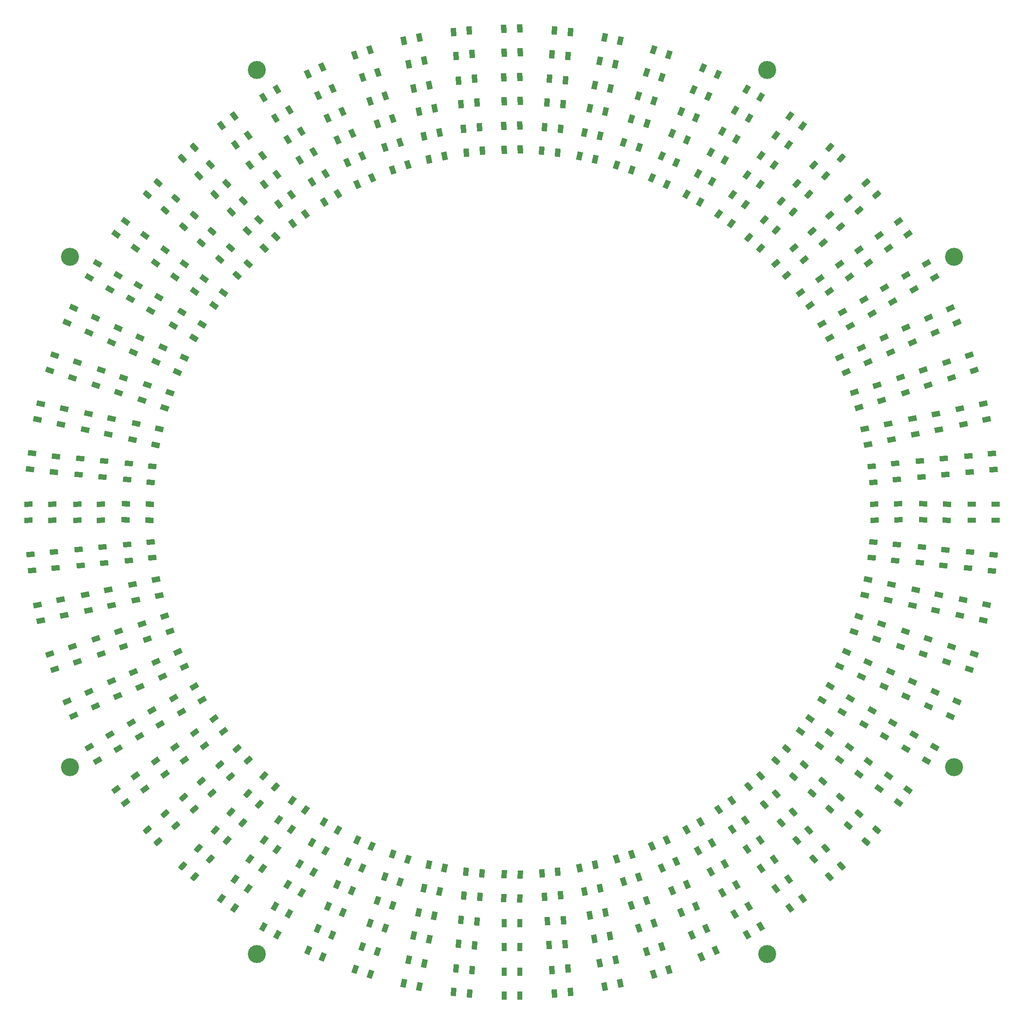
<source format=gts>
G04 Layer_Color=8388736*
%FSLAX42Y42*%
%MOMM*%
G71*
G01*
G75*
G04:AMPARAMS|DCode=160|XSize=1.7mm|YSize=1.1mm|CornerRadius=0mm|HoleSize=0mm|Usage=FLASHONLY|Rotation=90.933|XOffset=0mm|YOffset=0mm|HoleType=Round|Shape=Rectangle|*
%AMROTATEDRECTD160*
4,1,4,0.57,-0.84,-0.54,-0.86,-0.57,0.84,0.54,0.86,0.57,-0.84,0.0*
%
%ADD160ROTATEDRECTD160*%

G04:AMPARAMS|DCode=161|XSize=1.7mm|YSize=1.1mm|CornerRadius=0mm|HoleSize=0mm|Usage=FLASHONLY|Rotation=83.500|XOffset=0mm|YOffset=0mm|HoleType=Round|Shape=Rectangle|*
%AMROTATEDRECTD161*
4,1,4,0.45,-0.91,-0.64,-0.78,-0.45,0.91,0.64,0.78,0.45,-0.91,0.0*
%
%ADD161ROTATEDRECTD161*%

G04:AMPARAMS|DCode=162|XSize=1.7mm|YSize=1.1mm|CornerRadius=0mm|HoleSize=0mm|Usage=FLASHONLY|Rotation=77.809|XOffset=0mm|YOffset=0mm|HoleType=Round|Shape=Rectangle|*
%AMROTATEDRECTD162*
4,1,4,0.36,-0.95,-0.72,-0.72,-0.36,0.95,0.72,0.72,0.36,-0.95,0.0*
%
%ADD162ROTATEDRECTD162*%

G04:AMPARAMS|DCode=163|XSize=1.7mm|YSize=1.1mm|CornerRadius=0mm|HoleSize=0mm|Usage=FLASHONLY|Rotation=72.154|XOffset=0mm|YOffset=0mm|HoleType=Round|Shape=Rectangle|*
%AMROTATEDRECTD163*
4,1,4,0.26,-0.98,-0.79,-0.64,-0.26,0.98,0.79,0.64,0.26,-0.98,0.0*
%
%ADD163ROTATEDRECTD163*%

G04:AMPARAMS|DCode=164|XSize=1.7mm|YSize=1.1mm|CornerRadius=0mm|HoleSize=0mm|Usage=FLASHONLY|Rotation=72.154|XOffset=0mm|YOffset=0mm|HoleType=Round|Shape=Rectangle|*
%AMROTATEDRECTD164*
4,1,4,0.26,-0.98,-0.79,-0.64,-0.26,0.98,0.79,0.64,0.26,-0.98,0.0*
%
%ADD164ROTATEDRECTD164*%

G04:AMPARAMS|DCode=165|XSize=1.7mm|YSize=1.1mm|CornerRadius=0mm|HoleSize=0mm|Usage=FLASHONLY|Rotation=66.145|XOffset=0mm|YOffset=0mm|HoleType=Round|Shape=Rectangle|*
%AMROTATEDRECTD165*
4,1,4,0.16,-1.00,-0.85,-0.56,-0.16,1.00,0.85,0.56,0.16,-1.00,0.0*
%
%ADD165ROTATEDRECTD165*%

G04:AMPARAMS|DCode=166|XSize=1.7mm|YSize=1.1mm|CornerRadius=0mm|HoleSize=0mm|Usage=FLASHONLY|Rotation=60.534|XOffset=0mm|YOffset=0mm|HoleType=Round|Shape=Rectangle|*
%AMROTATEDRECTD166*
4,1,4,0.06,-1.01,-0.90,-0.47,-0.06,1.01,0.90,0.47,0.06,-1.01,0.0*
%
%ADD166ROTATEDRECTD166*%

G04:AMPARAMS|DCode=167|XSize=1.7mm|YSize=1.1mm|CornerRadius=0mm|HoleSize=0mm|Usage=FLASHONLY|Rotation=53.687|XOffset=0mm|YOffset=0mm|HoleType=Round|Shape=Rectangle|*
%AMROTATEDRECTD167*
4,1,4,-0.06,-1.01,-0.95,-0.36,0.06,1.01,0.95,0.36,-0.06,-1.01,0.0*
%
%ADD167ROTATEDRECTD167*%

G04:AMPARAMS|DCode=168|XSize=1.7mm|YSize=1.1mm|CornerRadius=0mm|HoleSize=0mm|Usage=FLASHONLY|Rotation=48.636|XOffset=0mm|YOffset=0mm|HoleType=Round|Shape=Rectangle|*
%AMROTATEDRECTD168*
4,1,4,-0.15,-1.00,-0.98,-0.27,0.15,1.00,0.98,0.27,-0.15,-1.00,0.0*
%
%ADD168ROTATEDRECTD168*%

G04:AMPARAMS|DCode=169|XSize=1.7mm|YSize=1.1mm|CornerRadius=0mm|HoleSize=0mm|Usage=FLASHONLY|Rotation=41.123|XOffset=0mm|YOffset=0mm|HoleType=Round|Shape=Rectangle|*
%AMROTATEDRECTD169*
4,1,4,-0.28,-0.98,-1.00,-0.14,0.28,0.98,1.00,0.14,-0.28,-0.98,0.0*
%
%ADD169ROTATEDRECTD169*%

G04:AMPARAMS|DCode=170|XSize=1.7mm|YSize=1.1mm|CornerRadius=0mm|HoleSize=0mm|Usage=FLASHONLY|Rotation=36.078|XOffset=0mm|YOffset=0mm|HoleType=Round|Shape=Rectangle|*
%AMROTATEDRECTD170*
4,1,4,-0.36,-0.95,-1.01,-0.06,0.36,0.95,1.01,0.06,-0.36,-0.95,0.0*
%
%ADD170ROTATEDRECTD170*%

G04:AMPARAMS|DCode=171|XSize=1.7mm|YSize=1.1mm|CornerRadius=0mm|HoleSize=0mm|Usage=FLASHONLY|Rotation=24.134|XOffset=0mm|YOffset=0mm|HoleType=Round|Shape=Rectangle|*
%AMROTATEDRECTD171*
4,1,4,-0.55,-0.85,-1.00,0.16,0.55,0.85,1.00,-0.16,-0.55,-0.85,0.0*
%
%ADD171ROTATEDRECTD171*%

G04:AMPARAMS|DCode=172|XSize=1.7mm|YSize=1.1mm|CornerRadius=0mm|HoleSize=0mm|Usage=FLASHONLY|Rotation=16.943|XOffset=0mm|YOffset=0mm|HoleType=Round|Shape=Rectangle|*
%AMROTATEDRECTD172*
4,1,4,-0.65,-0.78,-0.98,0.28,0.65,0.78,0.98,-0.28,-0.65,-0.78,0.0*
%
%ADD172ROTATEDRECTD172*%

G04:AMPARAMS|DCode=173|XSize=1.7mm|YSize=1.1mm|CornerRadius=0mm|HoleSize=0mm|Usage=FLASHONLY|Rotation=11.738|XOffset=0mm|YOffset=0mm|HoleType=Round|Shape=Rectangle|*
%AMROTATEDRECTD173*
4,1,4,-0.72,-0.71,-0.95,0.37,0.72,0.71,0.95,-0.37,-0.72,-0.71,0.0*
%
%ADD173ROTATEDRECTD173*%

G04:AMPARAMS|DCode=174|XSize=1.7mm|YSize=1.1mm|CornerRadius=0mm|HoleSize=0mm|Usage=FLASHONLY|Rotation=6.500|XOffset=0mm|YOffset=0mm|HoleType=Round|Shape=Rectangle|*
%AMROTATEDRECTD174*
4,1,4,-0.78,-0.64,-0.91,0.45,0.78,0.64,0.91,-0.45,-0.78,-0.64,0.0*
%
%ADD174ROTATEDRECTD174*%

G04:AMPARAMS|DCode=175|XSize=1.7mm|YSize=1.1mm|CornerRadius=0mm|HoleSize=0mm|Usage=FLASHONLY|Rotation=0.500|XOffset=0mm|YOffset=0mm|HoleType=Round|Shape=Rectangle|*
%AMROTATEDRECTD175*
4,1,4,-0.85,-0.56,-0.86,0.54,0.85,0.56,0.86,-0.54,-0.85,-0.56,0.0*
%
%ADD175ROTATEDRECTD175*%

G04:AMPARAMS|DCode=176|XSize=1.7mm|YSize=1.1mm|CornerRadius=0mm|HoleSize=0mm|Usage=FLASHONLY|Rotation=353.500|XOffset=0mm|YOffset=0mm|HoleType=Round|Shape=Rectangle|*
%AMROTATEDRECTD176*
4,1,4,-0.91,-0.45,-0.78,0.64,0.91,0.45,0.78,-0.64,-0.91,-0.45,0.0*
%
%ADD176ROTATEDRECTD176*%

G04:AMPARAMS|DCode=177|XSize=1.7mm|YSize=1.1mm|CornerRadius=0mm|HoleSize=0mm|Usage=FLASHONLY|Rotation=348.000|XOffset=0mm|YOffset=0mm|HoleType=Round|Shape=Rectangle|*
%AMROTATEDRECTD177*
4,1,4,-0.95,-0.36,-0.72,0.72,0.95,0.36,0.72,-0.72,-0.95,-0.36,0.0*
%
%ADD177ROTATEDRECTD177*%

G04:AMPARAMS|DCode=178|XSize=1.7mm|YSize=1.1mm|CornerRadius=0mm|HoleSize=0mm|Usage=FLASHONLY|Rotation=342.000|XOffset=0mm|YOffset=0mm|HoleType=Round|Shape=Rectangle|*
%AMROTATEDRECTD178*
4,1,4,-0.98,-0.26,-0.64,0.79,0.98,0.26,0.64,-0.79,-0.98,-0.26,0.0*
%
%ADD178ROTATEDRECTD178*%

G04:AMPARAMS|DCode=179|XSize=1.7mm|YSize=1.1mm|CornerRadius=0mm|HoleSize=0mm|Usage=FLASHONLY|Rotation=335.000|XOffset=0mm|YOffset=0mm|HoleType=Round|Shape=Rectangle|*
%AMROTATEDRECTD179*
4,1,4,-1.00,-0.14,-0.54,0.86,1.00,0.14,0.54,-0.86,-1.00,-0.14,0.0*
%
%ADD179ROTATEDRECTD179*%

G04:AMPARAMS|DCode=180|XSize=1.7mm|YSize=1.1mm|CornerRadius=0mm|HoleSize=0mm|Usage=FLASHONLY|Rotation=329.000|XOffset=0mm|YOffset=0mm|HoleType=Round|Shape=Rectangle|*
%AMROTATEDRECTD180*
4,1,4,-1.01,-0.03,-0.45,0.91,1.01,0.03,0.45,-0.91,-1.01,-0.03,0.0*
%
%ADD180ROTATEDRECTD180*%

G04:AMPARAMS|DCode=181|XSize=1.7mm|YSize=1.1mm|CornerRadius=0mm|HoleSize=0mm|Usage=FLASHONLY|Rotation=323.500|XOffset=0mm|YOffset=0mm|HoleType=Round|Shape=Rectangle|*
%AMROTATEDRECTD181*
4,1,4,-1.01,0.06,-0.36,0.95,1.01,-0.06,0.36,-0.95,-1.01,0.06,0.0*
%
%ADD181ROTATEDRECTD181*%

G04:AMPARAMS|DCode=182|XSize=1.7mm|YSize=1.1mm|CornerRadius=0mm|HoleSize=0mm|Usage=FLASHONLY|Rotation=318.000|XOffset=0mm|YOffset=0mm|HoleType=Round|Shape=Rectangle|*
%AMROTATEDRECTD182*
4,1,4,-1.00,0.16,-0.26,0.98,1.00,-0.16,0.26,-0.98,-1.00,0.16,0.0*
%
%ADD182ROTATEDRECTD182*%

G04:AMPARAMS|DCode=183|XSize=1.7mm|YSize=1.1mm|CornerRadius=0mm|HoleSize=0mm|Usage=FLASHONLY|Rotation=311.500|XOffset=0mm|YOffset=0mm|HoleType=Round|Shape=Rectangle|*
%AMROTATEDRECTD183*
4,1,4,-0.98,0.27,-0.15,1.00,0.98,-0.27,0.15,-1.00,-0.98,0.27,0.0*
%
%ADD183ROTATEDRECTD183*%

G04:AMPARAMS|DCode=184|XSize=1.7mm|YSize=1.1mm|CornerRadius=0mm|HoleSize=0mm|Usage=FLASHONLY|Rotation=304.500|XOffset=0mm|YOffset=0mm|HoleType=Round|Shape=Rectangle|*
%AMROTATEDRECTD184*
4,1,4,-0.94,0.39,-0.03,1.01,0.94,-0.39,0.03,-1.01,-0.94,0.39,0.0*
%
%ADD184ROTATEDRECTD184*%

G04:AMPARAMS|DCode=185|XSize=1.7mm|YSize=1.1mm|CornerRadius=0mm|HoleSize=0mm|Usage=FLASHONLY|Rotation=299.000|XOffset=0mm|YOffset=0mm|HoleType=Round|Shape=Rectangle|*
%AMROTATEDRECTD185*
4,1,4,-0.90,0.48,0.07,1.01,0.90,-0.48,-0.07,-1.01,-0.90,0.48,0.0*
%
%ADD185ROTATEDRECTD185*%

G04:AMPARAMS|DCode=186|XSize=1.7mm|YSize=1.1mm|CornerRadius=0mm|HoleSize=0mm|Usage=FLASHONLY|Rotation=294.000|XOffset=0mm|YOffset=0mm|HoleType=Round|Shape=Rectangle|*
%AMROTATEDRECTD186*
4,1,4,-0.85,0.55,0.16,1.00,0.85,-0.55,-0.16,-1.00,-0.85,0.55,0.0*
%
%ADD186ROTATEDRECTD186*%

G04:AMPARAMS|DCode=187|XSize=1.7mm|YSize=1.1mm|CornerRadius=0mm|HoleSize=0mm|Usage=FLASHONLY|Rotation=287.500|XOffset=0mm|YOffset=0mm|HoleType=Round|Shape=Rectangle|*
%AMROTATEDRECTD187*
4,1,4,-0.78,0.65,0.27,0.98,0.78,-0.65,-0.27,-0.98,-0.78,0.65,0.0*
%
%ADD187ROTATEDRECTD187*%

G04:AMPARAMS|DCode=188|XSize=1.7mm|YSize=1.1mm|CornerRadius=0mm|HoleSize=0mm|Usage=FLASHONLY|Rotation=281.500|XOffset=0mm|YOffset=0mm|HoleType=Round|Shape=Rectangle|*
%AMROTATEDRECTD188*
4,1,4,-0.71,0.72,0.37,0.94,0.71,-0.72,-0.37,-0.94,-0.71,0.72,0.0*
%
%ADD188ROTATEDRECTD188*%

G04:AMPARAMS|DCode=189|XSize=1.7mm|YSize=1.1mm|CornerRadius=0mm|HoleSize=0mm|Usage=FLASHONLY|Rotation=276.000|XOffset=0mm|YOffset=0mm|HoleType=Round|Shape=Rectangle|*
%AMROTATEDRECTD189*
4,1,4,-0.64,0.79,0.46,0.90,0.64,-0.79,-0.46,-0.90,-0.64,0.79,0.0*
%
%ADD189ROTATEDRECTD189*%

G04:AMPARAMS|DCode=190|XSize=1.7mm|YSize=1.1mm|CornerRadius=0mm|HoleSize=0mm|Usage=FLASHONLY|Rotation=269.500|XOffset=0mm|YOffset=0mm|HoleType=Round|Shape=Rectangle|*
%AMROTATEDRECTD190*
4,1,4,-0.54,0.86,0.56,0.85,0.54,-0.86,-0.56,-0.85,-0.54,0.86,0.0*
%
%ADD190ROTATEDRECTD190*%

G04:AMPARAMS|DCode=191|XSize=1.7mm|YSize=1.1mm|CornerRadius=0mm|HoleSize=0mm|Usage=FLASHONLY|Rotation=239.500|XOffset=0mm|YOffset=0mm|HoleType=Round|Shape=Rectangle|*
%AMROTATEDRECTD191*
4,1,4,-0.04,1.01,0.91,0.45,0.04,-1.01,-0.91,-0.45,-0.04,1.01,0.0*
%
%ADD191ROTATEDRECTD191*%

G04:AMPARAMS|DCode=192|XSize=1.7mm|YSize=1.1mm|CornerRadius=0mm|HoleSize=0mm|Usage=FLASHONLY|Rotation=227.500|XOffset=0mm|YOffset=0mm|HoleType=Round|Shape=Rectangle|*
%AMROTATEDRECTD192*
4,1,4,0.17,1.00,0.98,0.26,-0.17,-1.00,-0.98,-0.26,0.17,1.00,0.0*
%
%ADD192ROTATEDRECTD192*%

G04:AMPARAMS|DCode=193|XSize=1.7mm|YSize=1.1mm|CornerRadius=0mm|HoleSize=0mm|Usage=FLASHONLY|Rotation=222.500|XOffset=0mm|YOffset=0mm|HoleType=Round|Shape=Rectangle|*
%AMROTATEDRECTD193*
4,1,4,0.26,0.98,1.00,0.17,-0.26,-0.98,-1.00,-0.17,0.26,0.98,0.0*
%
%ADD193ROTATEDRECTD193*%

G04:AMPARAMS|DCode=194|XSize=1.7mm|YSize=1.1mm|CornerRadius=0mm|HoleSize=0mm|Usage=FLASHONLY|Rotation=216.767|XOffset=0mm|YOffset=0mm|HoleType=Round|Shape=Rectangle|*
%AMROTATEDRECTD194*
4,1,4,0.35,0.95,1.01,0.07,-0.35,-0.95,-1.01,-0.07,0.35,0.95,0.0*
%
%ADD194ROTATEDRECTD194*%

G04:AMPARAMS|DCode=195|XSize=1.7mm|YSize=1.1mm|CornerRadius=0mm|HoleSize=0mm|Usage=FLASHONLY|Rotation=210.000|XOffset=0mm|YOffset=0mm|HoleType=Round|Shape=Rectangle|*
%AMROTATEDRECTD195*
4,1,4,0.46,0.90,1.01,-0.05,-0.46,-0.90,-1.01,0.05,0.46,0.90,0.0*
%
%ADD195ROTATEDRECTD195*%

G04:AMPARAMS|DCode=196|XSize=1.7mm|YSize=1.1mm|CornerRadius=0mm|HoleSize=0mm|Usage=FLASHONLY|Rotation=198.500|XOffset=0mm|YOffset=0mm|HoleType=Round|Shape=Rectangle|*
%AMROTATEDRECTD196*
4,1,4,0.63,0.79,0.98,-0.25,-0.63,-0.79,-0.98,0.25,0.63,0.79,0.0*
%
%ADD196ROTATEDRECTD196*%

G04:AMPARAMS|DCode=197|XSize=1.7mm|YSize=1.1mm|CornerRadius=0mm|HoleSize=0mm|Usage=FLASHONLY|Rotation=179.000|XOffset=0mm|YOffset=0mm|HoleType=Round|Shape=Rectangle|*
%AMROTATEDRECTD197*
4,1,4,0.86,0.54,0.84,-0.57,-0.86,-0.54,-0.84,0.57,0.86,0.54,0.0*
%
%ADD197ROTATEDRECTD197*%

G04:AMPARAMS|DCode=198|XSize=1.7mm|YSize=1.1mm|CornerRadius=0mm|HoleSize=0mm|Usage=FLASHONLY|Rotation=167.000|XOffset=0mm|YOffset=0mm|HoleType=Round|Shape=Rectangle|*
%AMROTATEDRECTD198*
4,1,4,0.95,0.35,0.71,-0.73,-0.95,-0.35,-0.71,0.73,0.95,0.35,0.0*
%
%ADD198ROTATEDRECTD198*%

G04:AMPARAMS|DCode=199|XSize=1.7mm|YSize=1.1mm|CornerRadius=0mm|HoleSize=0mm|Usage=FLASHONLY|Rotation=160.500|XOffset=0mm|YOffset=0mm|HoleType=Round|Shape=Rectangle|*
%AMROTATEDRECTD199*
4,1,4,0.99,0.24,0.62,-0.80,-0.99,-0.24,-0.62,0.80,0.99,0.24,0.0*
%
%ADD199ROTATEDRECTD199*%

G04:AMPARAMS|DCode=200|XSize=1.7mm|YSize=1.1mm|CornerRadius=0mm|HoleSize=0mm|Usage=FLASHONLY|Rotation=154.500|XOffset=0mm|YOffset=0mm|HoleType=Round|Shape=Rectangle|*
%AMROTATEDRECTD200*
4,1,4,1.01,0.13,0.53,-0.86,-1.01,-0.13,-0.53,0.86,1.01,0.13,0.0*
%
%ADD200ROTATEDRECTD200*%

G04:AMPARAMS|DCode=201|XSize=1.7mm|YSize=1.1mm|CornerRadius=0mm|HoleSize=0mm|Usage=FLASHONLY|Rotation=148.500|XOffset=0mm|YOffset=0mm|HoleType=Round|Shape=Rectangle|*
%AMROTATEDRECTD201*
4,1,4,1.01,0.03,0.44,-0.92,-1.01,-0.03,-0.44,0.92,1.01,0.03,0.0*
%
%ADD201ROTATEDRECTD201*%

G04:AMPARAMS|DCode=202|XSize=1.7mm|YSize=1.1mm|CornerRadius=0mm|HoleSize=0mm|Usage=FLASHONLY|Rotation=137.000|XOffset=0mm|YOffset=0mm|HoleType=Round|Shape=Rectangle|*
%AMROTATEDRECTD202*
4,1,4,1.00,-0.18,0.25,-0.98,-1.00,0.18,-0.25,0.98,1.00,-0.18,0.0*
%
%ADD202ROTATEDRECTD202*%

G04:AMPARAMS|DCode=203|XSize=1.7mm|YSize=1.1mm|CornerRadius=0mm|HoleSize=0mm|Usage=FLASHONLY|Rotation=134.500|XOffset=0mm|YOffset=0mm|HoleType=Round|Shape=Rectangle|*
%AMROTATEDRECTD203*
4,1,4,0.99,-0.22,0.20,-0.99,-0.99,0.22,-0.20,0.99,0.99,-0.22,0.0*
%
%ADD203ROTATEDRECTD203*%

G04:AMPARAMS|DCode=204|XSize=1.7mm|YSize=1.1mm|CornerRadius=0mm|HoleSize=0mm|Usage=FLASHONLY|Rotation=126.000|XOffset=0mm|YOffset=0mm|HoleType=Round|Shape=Rectangle|*
%AMROTATEDRECTD204*
4,1,4,0.95,-0.36,0.05,-1.01,-0.95,0.36,-0.05,1.01,0.95,-0.36,0.0*
%
%ADD204ROTATEDRECTD204*%

G04:AMPARAMS|DCode=205|XSize=1.7mm|YSize=1.1mm|CornerRadius=0mm|HoleSize=0mm|Usage=FLASHONLY|Rotation=121.500|XOffset=0mm|YOffset=0mm|HoleType=Round|Shape=Rectangle|*
%AMROTATEDRECTD205*
4,1,4,0.92,-0.44,-0.03,-1.01,-0.92,0.44,0.03,1.01,0.92,-0.44,0.0*
%
%ADD205ROTATEDRECTD205*%

G04:AMPARAMS|DCode=206|XSize=1.7mm|YSize=1.1mm|CornerRadius=0mm|HoleSize=0mm|Usage=FLASHONLY|Rotation=91.000|XOffset=0mm|YOffset=0mm|HoleType=Round|Shape=Rectangle|*
%AMROTATEDRECTD206*
4,1,4,0.57,-0.84,-0.54,-0.86,-0.57,0.84,0.54,0.86,0.57,-0.84,0.0*
%
%ADD206ROTATEDRECTD206*%

G04:AMPARAMS|DCode=207|XSize=1.7mm|YSize=1.1mm|CornerRadius=0mm|HoleSize=0mm|Usage=FLASHONLY|Rotation=84.000|XOffset=0mm|YOffset=0mm|HoleType=Round|Shape=Rectangle|*
%AMROTATEDRECTD207*
4,1,4,0.46,-0.90,-0.64,-0.79,-0.46,0.90,0.64,0.79,0.46,-0.90,0.0*
%
%ADD207ROTATEDRECTD207*%

G04:AMPARAMS|DCode=208|XSize=1.7mm|YSize=1.1mm|CornerRadius=0mm|HoleSize=0mm|Usage=FLASHONLY|Rotation=78.000|XOffset=0mm|YOffset=0mm|HoleType=Round|Shape=Rectangle|*
%AMROTATEDRECTD208*
4,1,4,0.36,-0.95,-0.72,-0.72,-0.36,0.95,0.72,0.72,0.36,-0.95,0.0*
%
%ADD208ROTATEDRECTD208*%

G04:AMPARAMS|DCode=209|XSize=1.7mm|YSize=1.1mm|CornerRadius=0mm|HoleSize=0mm|Usage=FLASHONLY|Rotation=73.000|XOffset=0mm|YOffset=0mm|HoleType=Round|Shape=Rectangle|*
%AMROTATEDRECTD209*
4,1,4,0.28,-0.98,-0.78,-0.65,-0.28,0.98,0.78,0.65,0.28,-0.98,0.0*
%
%ADD209ROTATEDRECTD209*%

G04:AMPARAMS|DCode=210|XSize=1.7mm|YSize=1.1mm|CornerRadius=0mm|HoleSize=0mm|Usage=FLASHONLY|Rotation=67.000|XOffset=0mm|YOffset=0mm|HoleType=Round|Shape=Rectangle|*
%AMROTATEDRECTD210*
4,1,4,0.18,-1.00,-0.84,-0.57,-0.18,1.00,0.84,0.57,0.18,-1.00,0.0*
%
%ADD210ROTATEDRECTD210*%

G04:AMPARAMS|DCode=211|XSize=1.7mm|YSize=1.1mm|CornerRadius=0mm|HoleSize=0mm|Usage=FLASHONLY|Rotation=61.000|XOffset=0mm|YOffset=0mm|HoleType=Round|Shape=Rectangle|*
%AMROTATEDRECTD211*
4,1,4,0.07,-1.01,-0.90,-0.48,-0.07,1.01,0.90,0.48,0.07,-1.01,0.0*
%
%ADD211ROTATEDRECTD211*%

G04:AMPARAMS|DCode=212|XSize=1.7mm|YSize=1.1mm|CornerRadius=0mm|HoleSize=0mm|Usage=FLASHONLY|Rotation=54.000|XOffset=0mm|YOffset=0mm|HoleType=Round|Shape=Rectangle|*
%AMROTATEDRECTD212*
4,1,4,-0.05,-1.01,-0.95,-0.36,0.05,1.01,0.95,0.36,-0.05,-1.01,0.0*
%
%ADD212ROTATEDRECTD212*%

G04:AMPARAMS|DCode=213|XSize=1.7mm|YSize=1.1mm|CornerRadius=0mm|HoleSize=0mm|Usage=FLASHONLY|Rotation=43.000|XOffset=0mm|YOffset=0mm|HoleType=Round|Shape=Rectangle|*
%AMROTATEDRECTD213*
4,1,4,-0.25,-0.98,-1.00,-0.18,0.25,0.98,1.00,0.18,-0.25,-0.98,0.0*
%
%ADD213ROTATEDRECTD213*%

G04:AMPARAMS|DCode=214|XSize=1.7mm|YSize=1.1mm|CornerRadius=0mm|HoleSize=0mm|Usage=FLASHONLY|Rotation=36.500|XOffset=0mm|YOffset=0mm|HoleType=Round|Shape=Rectangle|*
%AMROTATEDRECTD214*
4,1,4,-0.36,-0.95,-1.01,-0.06,0.36,0.95,1.01,0.06,-0.36,-0.95,0.0*
%
%ADD214ROTATEDRECTD214*%

G04:AMPARAMS|DCode=215|XSize=1.7mm|YSize=1.1mm|CornerRadius=0mm|HoleSize=0mm|Usage=FLASHONLY|Rotation=24.500|XOffset=0mm|YOffset=0mm|HoleType=Round|Shape=Rectangle|*
%AMROTATEDRECTD215*
4,1,4,-0.55,-0.86,-1.00,0.15,0.55,0.86,1.00,-0.15,-0.55,-0.86,0.0*
%
%ADD215ROTATEDRECTD215*%

G04:AMPARAMS|DCode=216|XSize=1.7mm|YSize=1.1mm|CornerRadius=0mm|HoleSize=0mm|Usage=FLASHONLY|Rotation=11.000|XOffset=0mm|YOffset=0mm|HoleType=Round|Shape=Rectangle|*
%AMROTATEDRECTD216*
4,1,4,-0.73,-0.70,-0.94,0.38,0.73,0.70,0.94,-0.38,-0.73,-0.70,0.0*
%
%ADD216ROTATEDRECTD216*%

G04:AMPARAMS|DCode=217|XSize=1.7mm|YSize=1.1mm|CornerRadius=0mm|HoleSize=0mm|Usage=FLASHONLY|Rotation=6.000|XOffset=0mm|YOffset=0mm|HoleType=Round|Shape=Rectangle|*
%AMROTATEDRECTD217*
4,1,4,-0.79,-0.64,-0.90,0.46,0.79,0.64,0.90,-0.46,-0.79,-0.64,0.0*
%
%ADD217ROTATEDRECTD217*%

G04:AMPARAMS|DCode=218|XSize=1.7mm|YSize=1.1mm|CornerRadius=0mm|HoleSize=0mm|Usage=FLASHONLY|Rotation=359.500|XOffset=0mm|YOffset=0mm|HoleType=Round|Shape=Rectangle|*
%AMROTATEDRECTD218*
4,1,4,-0.86,-0.54,-0.85,0.56,0.86,0.54,0.85,-0.56,-0.86,-0.54,0.0*
%
%ADD218ROTATEDRECTD218*%

G04:AMPARAMS|DCode=219|XSize=1.7mm|YSize=1.1mm|CornerRadius=0mm|HoleSize=0mm|Usage=FLASHONLY|Rotation=348.000|XOffset=0mm|YOffset=0mm|HoleType=Round|Shape=Rectangle|*
%AMROTATEDRECTD219*
4,1,4,-0.95,-0.36,-0.72,0.72,0.95,0.36,0.72,-0.72,-0.95,-0.36,0.0*
%
%ADD219ROTATEDRECTD219*%

G04:AMPARAMS|DCode=220|XSize=1.7mm|YSize=1.1mm|CornerRadius=0mm|HoleSize=0mm|Usage=FLASHONLY|Rotation=335.751|XOffset=0mm|YOffset=0mm|HoleType=Round|Shape=Rectangle|*
%AMROTATEDRECTD220*
4,1,4,-1.00,-0.15,-0.55,0.85,1.00,0.15,0.55,-0.85,-1.00,-0.15,0.0*
%
%ADD220ROTATEDRECTD220*%

G04:AMPARAMS|DCode=221|XSize=1.7mm|YSize=1.1mm|CornerRadius=0mm|HoleSize=0mm|Usage=FLASHONLY|Rotation=329.500|XOffset=0mm|YOffset=0mm|HoleType=Round|Shape=Rectangle|*
%AMROTATEDRECTD221*
4,1,4,-1.01,-0.04,-0.45,0.91,1.01,0.04,0.45,-0.91,-1.01,-0.04,0.0*
%
%ADD221ROTATEDRECTD221*%

G04:AMPARAMS|DCode=222|XSize=1.7mm|YSize=1.1mm|CornerRadius=0mm|HoleSize=0mm|Usage=FLASHONLY|Rotation=323.000|XOffset=0mm|YOffset=0mm|HoleType=Round|Shape=Rectangle|*
%AMROTATEDRECTD222*
4,1,4,-1.01,0.07,-0.35,0.95,1.01,-0.07,0.35,-0.95,-1.01,0.07,0.0*
%
%ADD222ROTATEDRECTD222*%

G04:AMPARAMS|DCode=223|XSize=1.7mm|YSize=1.1mm|CornerRadius=0mm|HoleSize=0mm|Usage=FLASHONLY|Rotation=318.000|XOffset=0mm|YOffset=0mm|HoleType=Round|Shape=Rectangle|*
%AMROTATEDRECTD223*
4,1,4,-1.00,0.16,-0.26,0.98,1.00,-0.16,0.26,-0.98,-1.00,0.16,0.0*
%
%ADD223ROTATEDRECTD223*%

G04:AMPARAMS|DCode=224|XSize=1.7mm|YSize=1.1mm|CornerRadius=0mm|HoleSize=0mm|Usage=FLASHONLY|Rotation=305.000|XOffset=0mm|YOffset=0mm|HoleType=Round|Shape=Rectangle|*
%AMROTATEDRECTD224*
4,1,4,-0.94,0.38,-0.04,1.01,0.94,-0.38,0.04,-1.01,-0.94,0.38,0.0*
%
%ADD224ROTATEDRECTD224*%

G04:AMPARAMS|DCode=225|XSize=1.7mm|YSize=1.1mm|CornerRadius=0mm|HoleSize=0mm|Usage=FLASHONLY|Rotation=299.432|XOffset=0mm|YOffset=0mm|HoleType=Round|Shape=Rectangle|*
%AMROTATEDRECTD225*
4,1,4,-0.90,0.47,0.06,1.01,0.90,-0.47,-0.06,-1.01,-0.90,0.47,0.0*
%
%ADD225ROTATEDRECTD225*%

G04:AMPARAMS|DCode=226|XSize=1.7mm|YSize=1.1mm|CornerRadius=0mm|HoleSize=0mm|Usage=FLASHONLY|Rotation=293.000|XOffset=0mm|YOffset=0mm|HoleType=Round|Shape=Rectangle|*
%AMROTATEDRECTD226*
4,1,4,-0.84,0.57,0.18,1.00,0.84,-0.57,-0.18,-1.00,-0.84,0.57,0.0*
%
%ADD226ROTATEDRECTD226*%

G04:AMPARAMS|DCode=227|XSize=1.7mm|YSize=1.1mm|CornerRadius=0mm|HoleSize=0mm|Usage=FLASHONLY|Rotation=288.000|XOffset=0mm|YOffset=0mm|HoleType=Round|Shape=Rectangle|*
%AMROTATEDRECTD227*
4,1,4,-0.79,0.64,0.26,0.98,0.79,-0.64,-0.26,-0.98,-0.79,0.64,0.0*
%
%ADD227ROTATEDRECTD227*%

G04:AMPARAMS|DCode=228|XSize=1.7mm|YSize=1.1mm|CornerRadius=0mm|HoleSize=0mm|Usage=FLASHONLY|Rotation=280.500|XOffset=0mm|YOffset=0mm|HoleType=Round|Shape=Rectangle|*
%AMROTATEDRECTD228*
4,1,4,-0.70,0.74,0.39,0.94,0.70,-0.74,-0.39,-0.94,-0.70,0.74,0.0*
%
%ADD228ROTATEDRECTD228*%

G04:AMPARAMS|DCode=229|XSize=1.7mm|YSize=1.1mm|CornerRadius=0mm|HoleSize=0mm|Usage=FLASHONLY|Rotation=274.000|XOffset=0mm|YOffset=0mm|HoleType=Round|Shape=Rectangle|*
%AMROTATEDRECTD229*
4,1,4,-0.61,0.81,0.49,0.89,0.61,-0.81,-0.49,-0.89,-0.61,0.81,0.0*
%
%ADD229ROTATEDRECTD229*%

%ADD230R,1.10X1.70*%
G04:AMPARAMS|DCode=231|XSize=1.7mm|YSize=1.1mm|CornerRadius=0mm|HoleSize=0mm|Usage=FLASHONLY|Rotation=240.000|XOffset=0mm|YOffset=0mm|HoleType=Round|Shape=Rectangle|*
%AMROTATEDRECTD231*
4,1,4,-0.05,1.01,0.90,0.46,0.05,-1.01,-0.90,-0.46,-0.05,1.01,0.0*
%
%ADD231ROTATEDRECTD231*%

G04:AMPARAMS|DCode=232|XSize=1.7mm|YSize=1.1mm|CornerRadius=0mm|HoleSize=0mm|Usage=FLASHONLY|Rotation=228.500|XOffset=0mm|YOffset=0mm|HoleType=Round|Shape=Rectangle|*
%AMROTATEDRECTD232*
4,1,4,0.15,1.00,0.98,0.27,-0.15,-1.00,-0.98,-0.27,0.15,1.00,0.0*
%
%ADD232ROTATEDRECTD232*%

G04:AMPARAMS|DCode=233|XSize=1.7mm|YSize=1.1mm|CornerRadius=0mm|HoleSize=0mm|Usage=FLASHONLY|Rotation=210.500|XOffset=0mm|YOffset=0mm|HoleType=Round|Shape=Rectangle|*
%AMROTATEDRECTD233*
4,1,4,0.45,0.91,1.01,-0.04,-0.45,-0.91,-1.01,0.04,0.45,0.91,0.0*
%
%ADD233ROTATEDRECTD233*%

G04:AMPARAMS|DCode=234|XSize=1.7mm|YSize=1.1mm|CornerRadius=0mm|HoleSize=0mm|Usage=FLASHONLY|Rotation=203.000|XOffset=0mm|YOffset=0mm|HoleType=Round|Shape=Rectangle|*
%AMROTATEDRECTD234*
4,1,4,0.57,0.84,1.00,-0.18,-0.57,-0.84,-1.00,0.18,0.57,0.84,0.0*
%
%ADD234ROTATEDRECTD234*%

G04:AMPARAMS|DCode=235|XSize=1.7mm|YSize=1.1mm|CornerRadius=0mm|HoleSize=0mm|Usage=FLASHONLY|Rotation=161.000|XOffset=0mm|YOffset=0mm|HoleType=Round|Shape=Rectangle|*
%AMROTATEDRECTD235*
4,1,4,0.98,0.24,0.63,-0.80,-0.98,-0.24,-0.63,0.80,0.98,0.24,0.0*
%
%ADD235ROTATEDRECTD235*%

G04:AMPARAMS|DCode=236|XSize=1.7mm|YSize=1.1mm|CornerRadius=0mm|HoleSize=0mm|Usage=FLASHONLY|Rotation=133.500|XOffset=0mm|YOffset=0mm|HoleType=Round|Shape=Rectangle|*
%AMROTATEDRECTD236*
4,1,4,0.99,-0.24,0.19,-1.00,-0.99,0.24,-0.19,1.00,0.99,-0.24,0.0*
%
%ADD236ROTATEDRECTD236*%

G04:AMPARAMS|DCode=237|XSize=1.7mm|YSize=1.1mm|CornerRadius=0mm|HoleSize=0mm|Usage=FLASHONLY|Rotation=127.000|XOffset=0mm|YOffset=0mm|HoleType=Round|Shape=Rectangle|*
%AMROTATEDRECTD237*
4,1,4,0.95,-0.35,0.07,-1.01,-0.95,0.35,-0.07,1.01,0.95,-0.35,0.0*
%
%ADD237ROTATEDRECTD237*%

G04:AMPARAMS|DCode=238|XSize=1.7mm|YSize=1.1mm|CornerRadius=0mm|HoleSize=0mm|Usage=FLASHONLY|Rotation=121.000|XOffset=0mm|YOffset=0mm|HoleType=Round|Shape=Rectangle|*
%AMROTATEDRECTD238*
4,1,4,0.91,-0.45,-0.03,-1.01,-0.91,0.45,0.03,1.01,0.91,-0.45,0.0*
%
%ADD238ROTATEDRECTD238*%

G04:AMPARAMS|DCode=239|XSize=1.7mm|YSize=1.1mm|CornerRadius=0mm|HoleSize=0mm|Usage=FLASHONLY|Rotation=109.000|XOffset=0mm|YOffset=0mm|HoleType=Round|Shape=Rectangle|*
%AMROTATEDRECTD239*
4,1,4,0.80,-0.63,-0.24,-0.98,-0.80,0.63,0.24,0.98,0.80,-0.63,0.0*
%
%ADD239ROTATEDRECTD239*%

G04:AMPARAMS|DCode=240|XSize=1.7mm|YSize=1.1mm|CornerRadius=0mm|HoleSize=0mm|Usage=FLASHONLY|Rotation=66.250|XOffset=0mm|YOffset=0mm|HoleType=Round|Shape=Rectangle|*
%AMROTATEDRECTD240*
4,1,4,0.16,-1.00,-0.85,-0.56,-0.16,1.00,0.85,0.56,0.16,-1.00,0.0*
%
%ADD240ROTATEDRECTD240*%

G04:AMPARAMS|DCode=241|XSize=1.7mm|YSize=1.1mm|CornerRadius=0mm|HoleSize=0mm|Usage=FLASHONLY|Rotation=53.500|XOffset=0mm|YOffset=0mm|HoleType=Round|Shape=Rectangle|*
%AMROTATEDRECTD241*
4,1,4,-0.06,-1.01,-0.95,-0.36,0.06,1.01,0.95,0.36,-0.06,-1.01,0.0*
%
%ADD241ROTATEDRECTD241*%

G04:AMPARAMS|DCode=242|XSize=1.7mm|YSize=1.1mm|CornerRadius=0mm|HoleSize=0mm|Usage=FLASHONLY|Rotation=36.000|XOffset=0mm|YOffset=0mm|HoleType=Round|Shape=Rectangle|*
%AMROTATEDRECTD242*
4,1,4,-0.36,-0.95,-1.01,-0.05,0.36,0.95,1.01,0.05,-0.36,-0.95,0.0*
%
%ADD242ROTATEDRECTD242*%

G04:AMPARAMS|DCode=243|XSize=1.7mm|YSize=1.1mm|CornerRadius=0mm|HoleSize=0mm|Usage=FLASHONLY|Rotation=24.113|XOffset=0mm|YOffset=0mm|HoleType=Round|Shape=Rectangle|*
%AMROTATEDRECTD243*
4,1,4,-0.55,-0.85,-1.00,0.16,0.55,0.85,1.00,-0.16,-0.55,-0.85,0.0*
%
%ADD243ROTATEDRECTD243*%

G04:AMPARAMS|DCode=244|XSize=1.7mm|YSize=1.1mm|CornerRadius=0mm|HoleSize=0mm|Usage=FLASHONLY|Rotation=12.500|XOffset=0mm|YOffset=0mm|HoleType=Round|Shape=Rectangle|*
%AMROTATEDRECTD244*
4,1,4,-0.71,-0.72,-0.95,0.35,0.71,0.72,0.95,-0.35,-0.71,-0.72,0.0*
%
%ADD244ROTATEDRECTD244*%

G04:AMPARAMS|DCode=245|XSize=1.7mm|YSize=1.1mm|CornerRadius=0mm|HoleSize=0mm|Usage=FLASHONLY|Rotation=5.500|XOffset=0mm|YOffset=0mm|HoleType=Round|Shape=Rectangle|*
%AMROTATEDRECTD245*
4,1,4,-0.79,-0.63,-0.90,0.47,0.79,0.63,0.90,-0.47,-0.79,-0.63,0.0*
%
%ADD245ROTATEDRECTD245*%

%ADD246R,1.70X1.10*%
G04:AMPARAMS|DCode=247|XSize=1.7mm|YSize=1.1mm|CornerRadius=0mm|HoleSize=0mm|Usage=FLASHONLY|Rotation=348.000|XOffset=0mm|YOffset=0mm|HoleType=Round|Shape=Rectangle|*
%AMROTATEDRECTD247*
4,1,4,-0.95,-0.36,-0.72,0.72,0.95,0.36,0.72,-0.72,-0.95,-0.36,0.0*
%
%ADD247ROTATEDRECTD247*%

G04:AMPARAMS|DCode=248|XSize=1.7mm|YSize=1.1mm|CornerRadius=0mm|HoleSize=0mm|Usage=FLASHONLY|Rotation=342.000|XOffset=0mm|YOffset=0mm|HoleType=Round|Shape=Rectangle|*
%AMROTATEDRECTD248*
4,1,4,-0.98,-0.26,-0.64,0.79,0.98,0.26,0.64,-0.79,-0.98,-0.26,0.0*
%
%ADD248ROTATEDRECTD248*%

G04:AMPARAMS|DCode=249|XSize=1.7mm|YSize=1.1mm|CornerRadius=0mm|HoleSize=0mm|Usage=FLASHONLY|Rotation=335.990|XOffset=0mm|YOffset=0mm|HoleType=Round|Shape=Rectangle|*
%AMROTATEDRECTD249*
4,1,4,-1.00,-0.16,-0.55,0.85,1.00,0.16,0.55,-0.85,-1.00,-0.16,0.0*
%
%ADD249ROTATEDRECTD249*%

G04:AMPARAMS|DCode=250|XSize=1.7mm|YSize=1.1mm|CornerRadius=0mm|HoleSize=0mm|Usage=FLASHONLY|Rotation=329.500|XOffset=0mm|YOffset=0mm|HoleType=Round|Shape=Rectangle|*
%AMROTATEDRECTD250*
4,1,4,-1.01,-0.04,-0.45,0.91,1.01,0.04,0.45,-0.91,-1.01,-0.04,0.0*
%
%ADD250ROTATEDRECTD250*%

G04:AMPARAMS|DCode=251|XSize=1.7mm|YSize=1.1mm|CornerRadius=0mm|HoleSize=0mm|Usage=FLASHONLY|Rotation=324.000|XOffset=0mm|YOffset=0mm|HoleType=Round|Shape=Rectangle|*
%AMROTATEDRECTD251*
4,1,4,-1.01,0.05,-0.36,0.95,1.01,-0.05,0.36,-0.95,-1.01,0.05,0.0*
%
%ADD251ROTATEDRECTD251*%

G04:AMPARAMS|DCode=252|XSize=1.7mm|YSize=1.1mm|CornerRadius=0mm|HoleSize=0mm|Usage=FLASHONLY|Rotation=300.239|XOffset=0mm|YOffset=0mm|HoleType=Round|Shape=Rectangle|*
%AMROTATEDRECTD252*
4,1,4,-0.91,0.46,0.05,1.01,0.91,-0.46,-0.05,-1.01,-0.91,0.46,0.0*
%
%ADD252ROTATEDRECTD252*%

G04:AMPARAMS|DCode=253|XSize=1.7mm|YSize=1.1mm|CornerRadius=0mm|HoleSize=0mm|Usage=FLASHONLY|Rotation=293.500|XOffset=0mm|YOffset=0mm|HoleType=Round|Shape=Rectangle|*
%AMROTATEDRECTD253*
4,1,4,-0.85,0.56,0.17,1.00,0.85,-0.56,-0.17,-1.00,-0.85,0.56,0.0*
%
%ADD253ROTATEDRECTD253*%

G04:AMPARAMS|DCode=254|XSize=1.7mm|YSize=1.1mm|CornerRadius=0mm|HoleSize=0mm|Usage=FLASHONLY|Rotation=287.000|XOffset=0mm|YOffset=0mm|HoleType=Round|Shape=Rectangle|*
%AMROTATEDRECTD254*
4,1,4,-0.78,0.65,0.28,0.98,0.78,-0.65,-0.28,-0.98,-0.78,0.65,0.0*
%
%ADD254ROTATEDRECTD254*%

G04:AMPARAMS|DCode=255|XSize=1.7mm|YSize=1.1mm|CornerRadius=0mm|HoleSize=0mm|Usage=FLASHONLY|Rotation=270.109|XOffset=0mm|YOffset=0mm|HoleType=Round|Shape=Rectangle|*
%AMROTATEDRECTD255*
4,1,4,-0.55,0.85,0.55,0.85,0.55,-0.85,-0.55,-0.85,-0.55,0.85,0.0*
%
%ADD255ROTATEDRECTD255*%

G04:AMPARAMS|DCode=256|XSize=1.7mm|YSize=1.1mm|CornerRadius=0mm|HoleSize=0mm|Usage=FLASHONLY|Rotation=228.000|XOffset=0mm|YOffset=0mm|HoleType=Round|Shape=Rectangle|*
%AMROTATEDRECTD256*
4,1,4,0.16,1.00,0.98,0.26,-0.16,-1.00,-0.98,-0.26,0.16,1.00,0.0*
%
%ADD256ROTATEDRECTD256*%

G04:AMPARAMS|DCode=257|XSize=1.7mm|YSize=1.1mm|CornerRadius=0mm|HoleSize=0mm|Usage=FLASHONLY|Rotation=222.000|XOffset=0mm|YOffset=0mm|HoleType=Round|Shape=Rectangle|*
%AMROTATEDRECTD257*
4,1,4,0.26,0.98,1.00,0.16,-0.26,-0.98,-1.00,-0.16,0.26,0.98,0.0*
%
%ADD257ROTATEDRECTD257*%

G04:AMPARAMS|DCode=258|XSize=1.7mm|YSize=1.1mm|CornerRadius=0mm|HoleSize=0mm|Usage=FLASHONLY|Rotation=210.500|XOffset=0mm|YOffset=0mm|HoleType=Round|Shape=Rectangle|*
%AMROTATEDRECTD258*
4,1,4,0.45,0.91,1.01,-0.04,-0.45,-0.91,-1.01,0.04,0.45,0.91,0.0*
%
%ADD258ROTATEDRECTD258*%

G04:AMPARAMS|DCode=259|XSize=1.7mm|YSize=1.1mm|CornerRadius=0mm|HoleSize=0mm|Usage=FLASHONLY|Rotation=198.000|XOffset=0mm|YOffset=0mm|HoleType=Round|Shape=Rectangle|*
%AMROTATEDRECTD259*
4,1,4,0.64,0.79,0.98,-0.26,-0.64,-0.79,-0.98,0.26,0.64,0.79,0.0*
%
%ADD259ROTATEDRECTD259*%

G04:AMPARAMS|DCode=260|XSize=1.7mm|YSize=1.1mm|CornerRadius=0mm|HoleSize=0mm|Usage=FLASHONLY|Rotation=121.000|XOffset=0mm|YOffset=0mm|HoleType=Round|Shape=Rectangle|*
%AMROTATEDRECTD260*
4,1,4,0.91,-0.45,-0.03,-1.01,-0.91,0.45,0.03,1.01,0.91,-0.45,0.0*
%
%ADD260ROTATEDRECTD260*%

G04:AMPARAMS|DCode=261|XSize=1.7mm|YSize=1.1mm|CornerRadius=0mm|HoleSize=0mm|Usage=FLASHONLY|Rotation=353.000|XOffset=0mm|YOffset=0mm|HoleType=Round|Shape=Rectangle|*
%AMROTATEDRECTD261*
4,1,4,-0.91,-0.44,-0.78,0.65,0.91,0.44,0.78,-0.65,-0.91,-0.44,0.0*
%
%ADD261ROTATEDRECTD261*%

G04:AMPARAMS|DCode=262|XSize=1.7mm|YSize=1.1mm|CornerRadius=0mm|HoleSize=0mm|Usage=FLASHONLY|Rotation=115.500|XOffset=0mm|YOffset=0mm|HoleType=Round|Shape=Rectangle|*
%AMROTATEDRECTD262*
4,1,4,0.86,-0.53,-0.13,-1.01,-0.86,0.53,0.13,1.01,0.86,-0.53,0.0*
%
%ADD262ROTATEDRECTD262*%

G04:AMPARAMS|DCode=263|XSize=1.7mm|YSize=1.1mm|CornerRadius=0mm|HoleSize=0mm|Usage=FLASHONLY|Rotation=172.500|XOffset=0mm|YOffset=0mm|HoleType=Round|Shape=Rectangle|*
%AMROTATEDRECTD263*
4,1,4,0.92,0.44,0.77,-0.66,-0.92,-0.44,-0.77,0.66,0.92,0.44,0.0*
%
%ADD263ROTATEDRECTD263*%

G04:AMPARAMS|DCode=264|XSize=1.7mm|YSize=1.1mm|CornerRadius=0mm|HoleSize=0mm|Usage=FLASHONLY|Rotation=72.500|XOffset=0mm|YOffset=0mm|HoleType=Round|Shape=Rectangle|*
%AMROTATEDRECTD264*
4,1,4,0.27,-0.98,-0.78,-0.65,-0.27,0.98,0.78,0.65,0.27,-0.98,0.0*
%
%ADD264ROTATEDRECTD264*%

G04:AMPARAMS|DCode=265|XSize=1.7mm|YSize=1.1mm|CornerRadius=0mm|HoleSize=0mm|Usage=FLASHONLY|Rotation=29.435|XOffset=0mm|YOffset=0mm|HoleType=Round|Shape=Rectangle|*
%AMROTATEDRECTD265*
4,1,4,-0.47,-0.90,-1.01,0.06,0.47,0.90,1.01,-0.06,-0.47,-0.90,0.0*
%
%ADD265ROTATEDRECTD265*%

%ADD266C,3.70*%
D160*
X-161Y7452D02*
D03*
X169Y7458D02*
D03*
X161Y7948D02*
D03*
X-169Y7942D02*
D03*
D161*
X613Y7433D02*
D03*
X941Y7396D02*
D03*
X997Y7883D02*
D03*
X669Y7920D02*
D03*
X-617Y-7430D02*
D03*
X-946Y-7398D02*
D03*
X-993Y-7886D02*
D03*
X-664Y-7918D02*
D03*
X-720Y-8426D02*
D03*
X-1048Y-8392D02*
D03*
X-1099Y-8879D02*
D03*
X-771Y-8913D02*
D03*
X-825Y-9420D02*
D03*
X-1154Y-9387D02*
D03*
X-1203Y-9874D02*
D03*
X-874Y-9907D02*
D03*
D162*
X1388Y7327D02*
D03*
X1710Y7257D02*
D03*
X1814Y7736D02*
D03*
X1491Y7806D02*
D03*
X-1389Y-7326D02*
D03*
X-1711Y-7258D02*
D03*
X-1813Y-7737D02*
D03*
X-1490Y-7806D02*
D03*
X-1597Y-8305D02*
D03*
X-1919Y-8236D02*
D03*
X-2021Y-8715D02*
D03*
X-1698Y-8784D02*
D03*
X-1804Y-9283D02*
D03*
X-2127Y-9214D02*
D03*
X-2229Y-9693D02*
D03*
X-1906Y-9762D02*
D03*
D163*
X2147Y7140D02*
D03*
X2461Y7039D02*
D03*
X2297Y7607D02*
D03*
X-2145Y-7143D02*
D03*
X-2458Y-7038D02*
D03*
X-2614Y-7503D02*
D03*
X-2301Y-7608D02*
D03*
X-2457Y-8090D02*
D03*
X-2772Y-7991D02*
D03*
X-2919Y-8458D02*
D03*
X-2605Y-8557D02*
D03*
X-2765Y-9043D02*
D03*
X-3079Y-8941D02*
D03*
X-3230Y-9407D02*
D03*
X-2916Y-9509D02*
D03*
D164*
X2612Y7506D02*
D03*
D165*
X2882Y6877D02*
D03*
X3184Y6743D02*
D03*
X3382Y7192D02*
D03*
X3080Y7325D02*
D03*
X-2883Y-6875D02*
D03*
X-3185Y-6744D02*
D03*
X-3381Y-7193D02*
D03*
X-3078Y-7325D02*
D03*
D166*
X3586Y6536D02*
D03*
X3873Y6374D02*
D03*
X4114Y6801D02*
D03*
X3827Y6963D02*
D03*
X-4587Y-8266D02*
D03*
X-4876Y-8106D02*
D03*
X-5113Y-8535D02*
D03*
X-4824Y-8695D02*
D03*
D167*
X4248Y6130D02*
D03*
X4514Y5934D02*
D03*
X4804Y6329D02*
D03*
X4538Y6525D02*
D03*
X-4249Y-6126D02*
D03*
X-4518Y-5934D02*
D03*
X-4803Y-6333D02*
D03*
X-4534Y-6525D02*
D03*
X-4835Y-6940D02*
D03*
X-5101Y-6743D02*
D03*
X-5392Y-7137D02*
D03*
X-5127Y-7334D02*
D03*
X-5425Y-7744D02*
D03*
X-5694Y-7552D02*
D03*
X-5978Y-7951D02*
D03*
X-5709Y-8143D02*
D03*
D168*
X4867Y5647D02*
D03*
X5114Y5429D02*
D03*
X5438Y5797D02*
D03*
X5190Y6015D02*
D03*
D169*
X5429Y5115D02*
D03*
X5646Y4867D02*
D03*
X6015Y5189D02*
D03*
X5798Y5438D02*
D03*
D170*
X5934Y4515D02*
D03*
X6129Y4248D02*
D03*
X6525Y4537D02*
D03*
X6330Y4804D02*
D03*
X-6743Y-5103D02*
D03*
X-6937Y-4836D02*
D03*
X-7334Y-5124D02*
D03*
X-7140Y-5391D02*
D03*
X-7552Y-5694D02*
D03*
X-7744Y-5425D02*
D03*
X-8143Y-5709D02*
D03*
X-7951Y-5978D02*
D03*
D171*
X6743Y3182D02*
D03*
X6878Y2881D02*
D03*
X7325Y3081D02*
D03*
X7190Y3383D02*
D03*
X-6743Y-3183D02*
D03*
X-6878Y-2881D02*
D03*
X-7325Y-3081D02*
D03*
X-7191Y-3382D02*
D03*
X-8571Y-3999D02*
D03*
X-8703Y-3696D02*
D03*
X-9152Y-3892D02*
D03*
X-9020Y-4194D02*
D03*
D172*
X7041Y2466D02*
D03*
X7137Y2150D02*
D03*
X7606Y2293D02*
D03*
X7509Y2609D02*
D03*
D173*
X7258Y1713D02*
D03*
X7325Y1390D02*
D03*
X7805Y1489D02*
D03*
X7738Y1812D02*
D03*
X-7259Y-1714D02*
D03*
X-7325Y-1390D02*
D03*
X-7805Y-1488D02*
D03*
X-7739Y-1811D02*
D03*
X-8236Y-1919D02*
D03*
X-8305Y-1596D02*
D03*
X-8784Y-1698D02*
D03*
X-8715Y-2021D02*
D03*
X-9213Y-2125D02*
D03*
X-9285Y-1803D02*
D03*
X-9763Y-1909D02*
D03*
X-9692Y-2231D02*
D03*
D174*
X7396Y941D02*
D03*
X7433Y613D02*
D03*
X7920Y669D02*
D03*
X7883Y997D02*
D03*
X-7397Y-943D02*
D03*
X-7431Y-615D02*
D03*
X-7919Y-666D02*
D03*
X-7884Y-995D02*
D03*
X-8390Y-1046D02*
D03*
X-8428Y-718D02*
D03*
X-8914Y-773D02*
D03*
X-8877Y-1101D02*
D03*
X-9386Y-1152D02*
D03*
X-9420Y-824D02*
D03*
X-9908Y-875D02*
D03*
X-9873Y-1204D02*
D03*
D175*
X7454Y163D02*
D03*
X7456Y-167D02*
D03*
X7946Y-163D02*
D03*
X7944Y167D02*
D03*
X-8455Y-165D02*
D03*
X-8455Y165D02*
D03*
X-8945Y165D02*
D03*
X-8945Y-165D02*
D03*
X-9455Y-165D02*
D03*
X-9455Y165D02*
D03*
X-9945Y165D02*
D03*
X-9945Y-165D02*
D03*
D176*
X7433Y-613D02*
D03*
X7396Y-941D02*
D03*
X7883Y-997D02*
D03*
X7920Y-669D02*
D03*
X-7433Y613D02*
D03*
X-7396Y941D02*
D03*
X-7883Y997D02*
D03*
X-7920Y669D02*
D03*
X-8426Y720D02*
D03*
X-8391Y1048D02*
D03*
X-8879Y1099D02*
D03*
X-8913Y771D02*
D03*
X9422Y-822D02*
D03*
X9385Y-1150D02*
D03*
X9872Y-1206D02*
D03*
X9909Y-878D02*
D03*
D177*
X7326Y-1389D02*
D03*
X7258Y-1711D02*
D03*
X7737Y-1813D02*
D03*
X7806Y-1490D02*
D03*
X-8305Y1597D02*
D03*
X-8236Y1919D02*
D03*
X-8715Y2021D02*
D03*
X-8784Y1698D02*
D03*
X-9283Y1804D02*
D03*
X-9214Y2127D02*
D03*
X-9693Y2229D02*
D03*
X-9762Y1906D02*
D03*
D178*
X7141Y-2147D02*
D03*
X7039Y-2461D02*
D03*
X7505Y-2612D02*
D03*
X7607Y-2298D02*
D03*
X8092Y-2456D02*
D03*
X7990Y-2770D02*
D03*
X8456Y-2921D02*
D03*
X8558Y-2607D02*
D03*
X-9043Y2765D02*
D03*
X-8941Y3079D02*
D03*
X-9407Y3230D02*
D03*
X-9509Y2916D02*
D03*
D179*
X6882Y-2879D02*
D03*
X6743Y-3178D02*
D03*
X7187Y-3385D02*
D03*
X7326Y-3086D02*
D03*
D180*
X6543Y-3582D02*
D03*
X6373Y-3865D02*
D03*
X6793Y-4118D02*
D03*
X6963Y-3835D02*
D03*
D181*
X6131Y-4248D02*
D03*
X5934Y-4513D02*
D03*
X6328Y-4804D02*
D03*
X6525Y-4539D02*
D03*
X-6128Y4248D02*
D03*
X-5934Y4515D02*
D03*
X-6331Y4803D02*
D03*
X-6525Y4536D02*
D03*
X-6937Y4836D02*
D03*
X-6743Y5103D02*
D03*
X-7140Y5391D02*
D03*
X-7334Y5124D02*
D03*
X-7746Y5424D02*
D03*
X-7552Y5691D02*
D03*
X-7949Y5979D02*
D03*
X-8143Y5712D02*
D03*
D182*
X5651Y-4866D02*
D03*
X5430Y-5111D02*
D03*
X5794Y-5439D02*
D03*
X6015Y-5194D02*
D03*
X-6396Y5534D02*
D03*
X-6173Y5778D02*
D03*
X-6535Y6109D02*
D03*
X-6757Y5865D02*
D03*
X-7137Y6204D02*
D03*
X-6916Y6449D02*
D03*
X-7280Y6777D02*
D03*
X-7501Y6532D02*
D03*
D183*
X5114Y-5429D02*
D03*
X4866Y-5648D02*
D03*
X5191Y-6015D02*
D03*
X5438Y-5796D02*
D03*
X5783Y-6173D02*
D03*
X5536Y-6391D02*
D03*
X5860Y-6758D02*
D03*
X6107Y-6540D02*
D03*
X6452Y-6916D02*
D03*
X6205Y-7134D02*
D03*
X6529Y-7501D02*
D03*
X6776Y-7283D02*
D03*
D184*
X4523Y-5934D02*
D03*
X4251Y-6121D02*
D03*
X4529Y-6525D02*
D03*
X4801Y-6338D02*
D03*
D185*
X3876Y-6374D02*
D03*
X3587Y-6534D02*
D03*
X3824Y-6963D02*
D03*
X4113Y-6803D02*
D03*
D186*
X3183Y-6743D02*
D03*
X2881Y-6878D02*
D03*
X3081Y-7325D02*
D03*
X3382Y-7191D02*
D03*
X-3180Y6743D02*
D03*
X-2880Y6880D02*
D03*
X-3083Y7326D02*
D03*
X-3384Y7189D02*
D03*
X-3587Y7656D02*
D03*
X-3287Y7793D02*
D03*
X-3490Y8239D02*
D03*
X-3790Y8102D02*
D03*
D187*
X2463Y-7040D02*
D03*
X2148Y-7139D02*
D03*
X2296Y-7606D02*
D03*
X2610Y-7507D02*
D03*
X-2458Y7038D02*
D03*
X-2145Y7143D02*
D03*
X-2301Y7608D02*
D03*
X-2614Y7503D02*
D03*
D188*
X1714Y-7259D02*
D03*
X1390Y-7325D02*
D03*
X1488Y-7805D02*
D03*
X1811Y-7739D02*
D03*
X-1709Y7257D02*
D03*
X-1387Y7328D02*
D03*
X-1493Y7807D02*
D03*
X-1815Y7735D02*
D03*
X-1917Y8235D02*
D03*
X-1595Y8306D02*
D03*
X-1701Y8785D02*
D03*
X-2023Y8713D02*
D03*
X2130Y-9215D02*
D03*
X1806Y-9281D02*
D03*
X1904Y-9761D02*
D03*
X2227Y-9695D02*
D03*
X-2125Y9213D02*
D03*
X-1803Y9285D02*
D03*
X-1909Y9763D02*
D03*
X-2231Y9692D02*
D03*
D189*
X943Y-7397D02*
D03*
X615Y-7431D02*
D03*
X666Y-7919D02*
D03*
X995Y-7884D02*
D03*
X-941Y7396D02*
D03*
X-613Y7433D02*
D03*
X-669Y7920D02*
D03*
X-997Y7883D02*
D03*
X-1046Y8390D02*
D03*
X-718Y8428D02*
D03*
X-773Y8914D02*
D03*
X-1101Y8877D02*
D03*
X1152Y-9386D02*
D03*
X824Y-9420D02*
D03*
X875Y-9908D02*
D03*
X1204Y-9873D02*
D03*
X-1150Y9385D02*
D03*
X-822Y9422D02*
D03*
X-878Y9909D02*
D03*
X-1206Y9872D02*
D03*
D190*
X167Y-7456D02*
D03*
X-163Y-7454D02*
D03*
X-167Y-7944D02*
D03*
X163Y-7946D02*
D03*
D191*
X-3583Y-6541D02*
D03*
X-3868Y-6374D02*
D03*
X-4117Y-6796D02*
D03*
X-3832Y-6963D02*
D03*
X4586Y8268D02*
D03*
X4873Y8106D02*
D03*
X5114Y8532D02*
D03*
X4827Y8695D02*
D03*
D192*
X-4865Y-5653D02*
D03*
X-5108Y-5430D02*
D03*
X-5439Y-5791D02*
D03*
X-5196Y-6014D02*
D03*
X5535Y6394D02*
D03*
X5780Y6173D02*
D03*
X6108Y6537D02*
D03*
X5863Y6758D02*
D03*
X6204Y7137D02*
D03*
X6449Y6916D02*
D03*
X6777Y7280D02*
D03*
X6532Y7501D02*
D03*
D193*
X-5430Y-5108D02*
D03*
X-5653Y-4865D02*
D03*
X-6014Y-5196D02*
D03*
X-5791Y-5439D02*
D03*
X-6173Y-5778D02*
D03*
X-6396Y-5534D02*
D03*
X-6757Y-5865D02*
D03*
X-6535Y-6109D02*
D03*
X6916Y6449D02*
D03*
X7137Y6204D02*
D03*
X7501Y6532D02*
D03*
X7280Y6777D02*
D03*
D194*
X-5934Y-4511D02*
D03*
X-6132Y-4247D02*
D03*
X-6524Y-4540D02*
D03*
X-6327Y-4805D02*
D03*
D195*
X-6374Y-3870D02*
D03*
X-6539Y-3585D02*
D03*
X-6963Y-3830D02*
D03*
X-6798Y-4115D02*
D03*
X7240Y4370D02*
D03*
X7405Y4085D02*
D03*
X7829Y4330D02*
D03*
X7664Y4615D02*
D03*
X8106Y4870D02*
D03*
X8271Y4585D02*
D03*
X8695Y4830D02*
D03*
X8530Y5115D02*
D03*
D196*
X-7038Y-2458D02*
D03*
X-7143Y-2145D02*
D03*
X-7608Y-2301D02*
D03*
X-7503Y-2614D02*
D03*
X7989Y2767D02*
D03*
X8094Y2454D02*
D03*
X8559Y2610D02*
D03*
X8454Y2923D02*
D03*
X-7989Y-2767D02*
D03*
X-8094Y-2454D02*
D03*
X-8559Y-2610D02*
D03*
X-8454Y-2923D02*
D03*
X8941Y3079D02*
D03*
X9043Y2765D02*
D03*
X9509Y2916D02*
D03*
X9407Y3230D02*
D03*
D197*
X-7458Y-169D02*
D03*
X-7452Y161D02*
D03*
X-7942Y169D02*
D03*
X-7948Y-161D02*
D03*
D198*
X-7330Y1385D02*
D03*
X-7256Y1707D02*
D03*
X-7733Y1817D02*
D03*
X-7808Y1495D02*
D03*
D199*
X-7147Y2142D02*
D03*
X-7037Y2453D02*
D03*
X-7499Y2617D02*
D03*
X-7609Y2306D02*
D03*
D200*
X-6884Y2877D02*
D03*
X-6742Y3175D02*
D03*
X-7184Y3386D02*
D03*
X-7326Y3088D02*
D03*
D201*
X-6546Y3581D02*
D03*
X-6373Y3863D02*
D03*
X-6791Y4119D02*
D03*
X-6964Y3837D02*
D03*
D202*
X-5656Y4865D02*
D03*
X-5431Y5106D02*
D03*
X-5789Y5440D02*
D03*
X-6014Y5199D02*
D03*
D203*
X-5098Y5432D02*
D03*
X-4863Y5663D02*
D03*
X-5206Y6013D02*
D03*
X-5442Y5781D02*
D03*
D204*
X-4515Y5934D02*
D03*
X-4248Y6128D02*
D03*
X-4536Y6525D02*
D03*
X-4803Y6331D02*
D03*
X5691Y-7552D02*
D03*
X5424Y-7746D02*
D03*
X5712Y-8143D02*
D03*
X5979Y-7949D02*
D03*
X-5691Y7552D02*
D03*
X-5424Y7746D02*
D03*
X-5712Y8143D02*
D03*
X-5979Y7949D02*
D03*
D205*
X-3863Y6373D02*
D03*
X-3581Y6546D02*
D03*
X-3837Y6964D02*
D03*
X-4119Y6791D02*
D03*
D206*
X-161Y8452D02*
D03*
X169Y8458D02*
D03*
X161Y8948D02*
D03*
X-169Y8942D02*
D03*
X-161Y9452D02*
D03*
X169Y9458D02*
D03*
X161Y9948D02*
D03*
X-169Y9942D02*
D03*
D207*
X720Y8426D02*
D03*
X1048Y8391D02*
D03*
X1099Y8879D02*
D03*
X771Y8913D02*
D03*
X824Y9420D02*
D03*
X1152Y9386D02*
D03*
X1204Y9873D02*
D03*
X875Y9908D02*
D03*
D208*
X1596Y8305D02*
D03*
X1919Y8236D02*
D03*
X2021Y8715D02*
D03*
X1698Y8784D02*
D03*
X1804Y9283D02*
D03*
X2127Y9214D02*
D03*
X2229Y9693D02*
D03*
X1906Y9762D02*
D03*
D209*
X2459Y8088D02*
D03*
X2775Y7992D02*
D03*
X2918Y8460D02*
D03*
X2602Y8557D02*
D03*
D210*
X3291Y7787D02*
D03*
X3595Y7658D02*
D03*
X3786Y8109D02*
D03*
X3482Y8238D02*
D03*
X-3291Y-7787D02*
D03*
X-3595Y-7658D02*
D03*
X-3786Y-8109D02*
D03*
X-3482Y-8238D02*
D03*
X-3696Y-8703D02*
D03*
X-3999Y-8571D02*
D03*
X-4194Y-9020D02*
D03*
X-3892Y-9152D02*
D03*
D211*
X4087Y7400D02*
D03*
X4376Y7240D02*
D03*
X4613Y7669D02*
D03*
X4324Y7829D02*
D03*
D212*
X4836Y6937D02*
D03*
X5103Y6743D02*
D03*
X5391Y7140D02*
D03*
X5124Y7334D02*
D03*
D213*
X6174Y5775D02*
D03*
X6399Y5534D02*
D03*
X6757Y5868D02*
D03*
X6532Y6109D02*
D03*
D214*
X6743Y5101D02*
D03*
X6940Y4835D02*
D03*
X7334Y5127D02*
D03*
X7137Y5392D02*
D03*
D215*
X7656Y3587D02*
D03*
X7793Y3287D02*
D03*
X8239Y3490D02*
D03*
X8102Y3790D02*
D03*
D216*
X8238Y1924D02*
D03*
X8301Y1600D02*
D03*
X8782Y1694D02*
D03*
X8719Y2018D02*
D03*
D217*
X8391Y1048D02*
D03*
X8426Y720D02*
D03*
X8913Y771D02*
D03*
X8879Y1099D02*
D03*
D218*
X8456Y167D02*
D03*
X8454Y-163D02*
D03*
X8944Y-167D02*
D03*
X8946Y163D02*
D03*
D219*
X8305Y-1597D02*
D03*
X8236Y-1919D02*
D03*
X8715Y-2021D02*
D03*
X8784Y-1698D02*
D03*
D220*
X7792Y-3288D02*
D03*
X7657Y-3588D02*
D03*
X8103Y-3790D02*
D03*
X8239Y-3489D02*
D03*
X-7791Y3288D02*
D03*
X-7657Y3590D02*
D03*
X-8105Y3789D02*
D03*
X-8239Y3488D02*
D03*
X-8707Y3694D02*
D03*
X-8570Y3994D02*
D03*
X-9016Y4197D02*
D03*
X-9153Y3897D02*
D03*
D221*
X7407Y-4083D02*
D03*
X7240Y-4368D02*
D03*
X7662Y-4617D02*
D03*
X7829Y-4332D02*
D03*
X-7430Y4137D02*
D03*
X-7262Y4421D02*
D03*
X-7684Y4670D02*
D03*
X-7852Y4385D02*
D03*
X-8271Y4585D02*
D03*
X-8106Y4870D02*
D03*
X-8530Y5115D02*
D03*
X-8695Y4830D02*
D03*
D222*
X6942Y-4835D02*
D03*
X6743Y-5098D02*
D03*
X7135Y-5393D02*
D03*
X7333Y-5129D02*
D03*
D223*
X6394Y-5535D02*
D03*
X6173Y-5780D02*
D03*
X6537Y-6108D02*
D03*
X6758Y-5863D02*
D03*
X7137Y-6204D02*
D03*
X6916Y-6449D02*
D03*
X7280Y-6777D02*
D03*
X7501Y-6532D02*
D03*
D224*
X5108Y-6743D02*
D03*
X4838Y-6932D02*
D03*
X5119Y-7334D02*
D03*
X5389Y-7145D02*
D03*
D225*
X4373Y-7240D02*
D03*
X4086Y-7402D02*
D03*
X4327Y-7829D02*
D03*
X4614Y-7667D02*
D03*
D226*
X3595Y-7658D02*
D03*
X3291Y-7787D02*
D03*
X3482Y-8238D02*
D03*
X3786Y-8109D02*
D03*
D227*
X2770Y-7990D02*
D03*
X2456Y-8092D02*
D03*
X2607Y-8558D02*
D03*
X2921Y-8456D02*
D03*
D228*
X1926Y-8239D02*
D03*
X1602Y-8299D02*
D03*
X1691Y-8781D02*
D03*
X2016Y-8721D02*
D03*
D229*
X1057Y-8396D02*
D03*
X728Y-8419D02*
D03*
X762Y-8908D02*
D03*
X1091Y-8885D02*
D03*
D230*
X165Y-8455D02*
D03*
X-165Y-8455D02*
D03*
X-165Y-8945D02*
D03*
X165Y-8945D02*
D03*
D231*
X-4085Y-7405D02*
D03*
X-4370Y-7240D02*
D03*
X-4615Y-7664D02*
D03*
X-4330Y-7829D02*
D03*
D232*
X-5536Y-6391D02*
D03*
X-5783Y-6173D02*
D03*
X-6107Y-6540D02*
D03*
X-5860Y-6758D02*
D03*
D233*
X-7240Y-4368D02*
D03*
X-7407Y-4083D02*
D03*
X-7829Y-4332D02*
D03*
X-7662Y-4617D02*
D03*
D234*
X-7658Y-3595D02*
D03*
X-7787Y-3291D02*
D03*
X-8238Y-3482D02*
D03*
X-8109Y-3786D02*
D03*
D235*
X-8096Y2453D02*
D03*
X-7989Y2765D02*
D03*
X-8452Y2924D02*
D03*
X-8560Y2612D02*
D03*
D236*
X-5772Y6174D02*
D03*
X-5533Y6401D02*
D03*
X-5870Y6757D02*
D03*
X-6110Y6529D02*
D03*
X-6442Y6917D02*
D03*
X-6202Y7144D02*
D03*
X-6540Y7500D02*
D03*
X-6779Y7273D02*
D03*
D237*
X-5098Y6743D02*
D03*
X-4835Y6942D02*
D03*
X-5129Y7333D02*
D03*
X-5393Y7135D02*
D03*
D238*
X-4365Y7239D02*
D03*
X-4082Y7409D02*
D03*
X-4335Y7829D02*
D03*
X-4618Y7659D02*
D03*
D239*
X-2765Y7989D02*
D03*
X-2453Y8096D02*
D03*
X-2612Y8560D02*
D03*
X-2924Y8452D02*
D03*
X-3074Y8940D02*
D03*
X-2762Y9047D02*
D03*
X-2921Y9511D02*
D03*
X-3233Y9403D02*
D03*
D240*
X3734Y8686D02*
D03*
X4036Y8553D02*
D03*
X4234Y9002D02*
D03*
X3932Y9135D02*
D03*
D241*
X5423Y7749D02*
D03*
X5688Y7552D02*
D03*
X5980Y7946D02*
D03*
X5715Y8143D02*
D03*
D242*
X7552Y5691D02*
D03*
X7746Y5424D02*
D03*
X8143Y5712D02*
D03*
X7949Y5979D02*
D03*
D243*
X8570Y3996D02*
D03*
X8705Y3695D02*
D03*
X9152Y3895D02*
D03*
X9018Y4196D02*
D03*
D244*
X9213Y2125D02*
D03*
X9285Y1803D02*
D03*
X9763Y1909D02*
D03*
X9692Y2231D02*
D03*
D245*
X9387Y1155D02*
D03*
X9419Y826D02*
D03*
X9907Y873D02*
D03*
X9875Y1202D02*
D03*
D246*
X9455Y165D02*
D03*
X9455Y-165D02*
D03*
X9945Y-165D02*
D03*
X9945Y165D02*
D03*
D247*
X9283Y-1804D02*
D03*
X9214Y-2127D02*
D03*
X9693Y-2229D02*
D03*
X9762Y-1906D02*
D03*
D248*
X9043Y-2765D02*
D03*
X8941Y-3079D02*
D03*
X9407Y-3230D02*
D03*
X9509Y-2916D02*
D03*
D249*
X8705Y-3695D02*
D03*
X8570Y-3996D02*
D03*
X9018Y-4196D02*
D03*
X9152Y-3894D02*
D03*
D250*
X8273Y-4583D02*
D03*
X8106Y-4868D02*
D03*
X8528Y-5117D02*
D03*
X8695Y-4832D02*
D03*
D251*
X7746Y-5424D02*
D03*
X7552Y-5691D02*
D03*
X7949Y-5979D02*
D03*
X8143Y-5712D02*
D03*
D252*
X4869Y-8106D02*
D03*
X4584Y-8272D02*
D03*
X4831Y-8695D02*
D03*
X5116Y-8529D02*
D03*
D253*
X3999Y-8571D02*
D03*
X3696Y-8703D02*
D03*
X3892Y-9152D02*
D03*
X4194Y-9020D02*
D03*
D254*
X3084Y-8943D02*
D03*
X2768Y-9039D02*
D03*
X2911Y-9508D02*
D03*
X3227Y-9411D02*
D03*
D255*
X165Y-9455D02*
D03*
X-165Y-9455D02*
D03*
X-165Y-9945D02*
D03*
X165Y-9945D02*
D03*
D256*
X-6204Y-7137D02*
D03*
X-6449Y-6916D02*
D03*
X-6777Y-7280D02*
D03*
X-6532Y-7501D02*
D03*
D257*
X-6916Y-6449D02*
D03*
X-7137Y-6204D02*
D03*
X-7501Y-6532D02*
D03*
X-7280Y-6777D02*
D03*
D258*
X-8106Y-4868D02*
D03*
X-8273Y-4583D02*
D03*
X-8695Y-4832D02*
D03*
X-8528Y-5117D02*
D03*
D259*
X-8941Y-3079D02*
D03*
X-9043Y-2765D02*
D03*
X-9509Y-2916D02*
D03*
X-9407Y-3230D02*
D03*
D260*
X-4865Y8105D02*
D03*
X-4582Y8275D02*
D03*
X-4835Y8695D02*
D03*
X-5118Y8525D02*
D03*
D261*
X8429Y-716D02*
D03*
X8389Y-1043D02*
D03*
X8875Y-1103D02*
D03*
X8916Y-775D02*
D03*
D262*
X-3989Y8569D02*
D03*
X-3691Y8711D02*
D03*
X-3902Y9154D02*
D03*
X-4200Y9011D02*
D03*
D263*
X-9425Y818D02*
D03*
X-9382Y1146D02*
D03*
X-9868Y1209D02*
D03*
X-9911Y882D02*
D03*
D264*
X2766Y9041D02*
D03*
X3081Y8942D02*
D03*
X3229Y9409D02*
D03*
X2914Y9509D02*
D03*
D265*
X6374Y3873D02*
D03*
X6536Y3586D02*
D03*
X6963Y3827D02*
D03*
X6801Y4114D02*
D03*
D266*
X9093Y-5250D02*
D03*
X5250Y-9093D02*
D03*
X-5250D02*
D03*
X-9093Y-5250D02*
D03*
Y5250D02*
D03*
X-5250Y9093D02*
D03*
X9093Y5250D02*
D03*
X5250Y9093D02*
D03*
M02*

</source>
